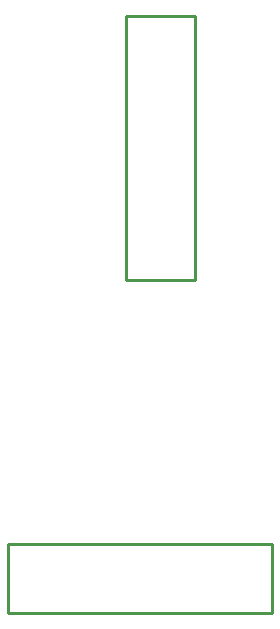
<source format=gbr>
%TF.GenerationSoftware,Altium Limited,Altium Designer,19.1.8 (144)*%
G04 Layer_Color=1930808*
%FSLAX26Y26*%
%MOIN*%
%TF.FileFunction,Other,Board*%
%TF.Part,Single*%
G01*
G75*
%TA.AperFunction,NonConductor*%
%ADD27C,0.010000*%
D27*
X581811Y2237795D02*
X808583D01*
X810158Y1357874D02*
Y2237795D01*
X583386Y1357874D02*
X810158D01*
X581811D02*
Y2237795D01*
X1067795Y251417D02*
Y478189D01*
X187874Y249843D02*
X1067795D01*
X187874D02*
Y476614D01*
Y478189D02*
X1067795D01*
%TF.MD5,fd4b55c7e8fb9821a06e66e576f0a257*%
M02*

</source>
